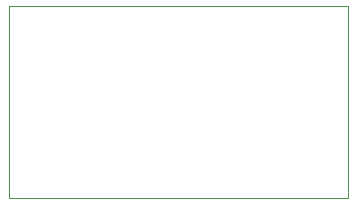
<source format=gbr>
%TF.GenerationSoftware,KiCad,Pcbnew,7.0.10*%
%TF.CreationDate,2024-05-03T14:58:40-07:00*%
%TF.ProjectId,ECE_196_proj_shem,4543455f-3139-4365-9f70-726f6a5f7368,rev?*%
%TF.SameCoordinates,Original*%
%TF.FileFunction,Profile,NP*%
%FSLAX46Y46*%
G04 Gerber Fmt 4.6, Leading zero omitted, Abs format (unit mm)*
G04 Created by KiCad (PCBNEW 7.0.10) date 2024-05-03 14:58:40*
%MOMM*%
%LPD*%
G01*
G04 APERTURE LIST*
%TA.AperFunction,Profile*%
%ADD10C,0.100000*%
%TD*%
G04 APERTURE END LIST*
D10*
X170942000Y-98044000D02*
X170942000Y-81788000D01*
X142240000Y-82296000D02*
X142240000Y-98044000D01*
X142240000Y-98044000D02*
X170942000Y-98044000D01*
X142240000Y-81788000D02*
X142240000Y-82296000D01*
X170942000Y-81788000D02*
X142240000Y-81788000D01*
M02*

</source>
